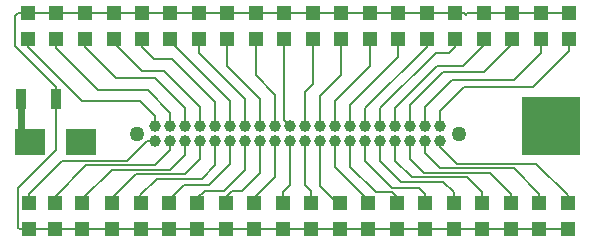
<source format=gtl>
G04 #@! TF.FileFunction,Copper,L1,Top,Signal*
%FSLAX46Y46*%
G04 Gerber Fmt 4.6, Leading zero omitted, Abs format (unit mm)*
G04 Created by KiCad (PCBNEW 4.0.6) date 05/22/18 12:37:36*
%MOMM*%
%LPD*%
G01*
G04 APERTURE LIST*
%ADD10C,0.150000*%
%ADD11R,1.200000X1.200000*%
%ADD12R,2.500000X2.300000*%
%ADD13C,1.270000*%
%ADD14C,1.000760*%
%ADD15R,4.899660X4.899660*%
%ADD16R,0.900000X1.700000*%
%ADD17C,0.762000*%
%ADD18C,0.177800*%
%ADD19C,0.600000*%
G04 APERTURE END LIST*
D10*
D11*
X20878800Y-37932000D03*
X20878800Y-40132000D03*
X20777200Y-24044000D03*
X20777200Y-21844000D03*
X23114000Y-37932000D03*
X23114000Y-40132000D03*
X23215600Y-24053800D03*
X23215600Y-21853800D03*
X25400000Y-37932000D03*
X25400000Y-40132000D03*
X25654000Y-24044000D03*
X25654000Y-21844000D03*
X27940000Y-37932000D03*
X27940000Y-40132000D03*
X28067000Y-24044000D03*
X28067000Y-21844000D03*
X30353000Y-37932000D03*
X30353000Y-40132000D03*
X30480000Y-24061600D03*
X30480000Y-21861600D03*
X32766000Y-37932000D03*
X32766000Y-40132000D03*
X32867600Y-24061600D03*
X32867600Y-21861600D03*
X35153600Y-37932000D03*
X35153600Y-40132000D03*
X35280600Y-24069400D03*
X35280600Y-21869400D03*
X37566600Y-37932000D03*
X37566600Y-40132000D03*
X37693600Y-24069400D03*
X37693600Y-21869400D03*
X39979600Y-37939800D03*
X39979600Y-40139800D03*
X40106600Y-24069400D03*
X40106600Y-21869400D03*
X42392600Y-37947600D03*
X42392600Y-40147600D03*
X42519600Y-24069400D03*
X42519600Y-21869400D03*
X44805600Y-37932000D03*
X44805600Y-40132000D03*
X44932600Y-24069400D03*
X44932600Y-21869400D03*
X47218600Y-37932000D03*
X47218600Y-40132000D03*
X47345600Y-24069400D03*
X47345600Y-21869400D03*
X49631600Y-37932000D03*
X49631600Y-40132000D03*
X49758600Y-24069400D03*
X49758600Y-21869400D03*
X52070000Y-37932000D03*
X52070000Y-40132000D03*
X52171600Y-24069400D03*
X52171600Y-21869400D03*
X54457600Y-37932000D03*
X54457600Y-40132000D03*
X54584600Y-24069400D03*
X54584600Y-21869400D03*
X56870600Y-37932000D03*
X56870600Y-40132000D03*
X56997600Y-24069400D03*
X56997600Y-21869400D03*
X59283600Y-37932000D03*
X59283600Y-40132000D03*
X59410600Y-24069400D03*
X59410600Y-21869400D03*
X61722000Y-37932000D03*
X61722000Y-40132000D03*
X61823600Y-24069400D03*
X61823600Y-21869400D03*
X64109600Y-37932000D03*
X64109600Y-40132000D03*
X64236600Y-24069400D03*
X64236600Y-21869400D03*
X66497200Y-37922200D03*
X66497200Y-40122200D03*
X66649600Y-24069400D03*
X66649600Y-21869400D03*
D12*
X25314800Y-32740600D03*
X21014800Y-32740600D03*
D13*
X30010100Y-32054800D03*
X57315100Y-32054800D03*
D14*
X32867600Y-32689800D03*
X31597600Y-32689800D03*
X31597600Y-31419800D03*
X32867600Y-31419800D03*
X36677600Y-31419800D03*
X37947600Y-31419800D03*
X35407600Y-31419800D03*
X34137600Y-31419800D03*
X34137600Y-32689800D03*
X35407600Y-32689800D03*
X37947600Y-32689800D03*
X36677600Y-32689800D03*
X50647600Y-31419800D03*
X51917600Y-31419800D03*
X54457600Y-31419800D03*
X53187600Y-31419800D03*
X53187600Y-32689800D03*
X54457600Y-32689800D03*
X51917600Y-32689800D03*
X50647600Y-32689800D03*
X55727600Y-32689800D03*
X55727600Y-31419800D03*
X49377600Y-31419800D03*
X49377600Y-32689800D03*
X41757600Y-32689800D03*
X43027600Y-32689800D03*
X40487600Y-32689800D03*
X39217600Y-32689800D03*
X44297600Y-32689800D03*
X45567600Y-32689800D03*
X48107600Y-32689800D03*
X46837600Y-32689800D03*
X46837600Y-31419800D03*
X48107600Y-31419800D03*
X45567600Y-31419800D03*
X44297600Y-31419800D03*
X39217600Y-31419800D03*
X40487600Y-31419800D03*
X43027600Y-31419800D03*
X41757600Y-31419800D03*
D15*
X65125600Y-31419800D03*
D16*
X20264800Y-29108400D03*
X23164800Y-29108400D03*
D17*
X25314800Y-32740600D03*
D18*
X31597600Y-32689800D02*
X30889956Y-32689800D01*
X30889956Y-32689800D02*
X29213566Y-34366190D01*
X29213566Y-34366190D02*
X23666810Y-34366190D01*
X23666810Y-34366190D02*
X20878800Y-37154200D01*
X20878800Y-37154200D02*
X20878800Y-37932000D01*
X20777200Y-21844000D02*
X19999400Y-21844000D01*
X19999400Y-21844000D02*
X19735800Y-22107600D01*
X19735800Y-22107600D02*
X19735800Y-24651600D01*
X19735800Y-24651600D02*
X23164800Y-28080600D01*
X23164800Y-28080600D02*
X23164800Y-29108400D01*
X20878800Y-40132000D02*
X20101000Y-40132000D01*
X20101000Y-40132000D02*
X20012099Y-40043099D01*
X20012099Y-40043099D02*
X20012099Y-36623363D01*
X20012099Y-36623363D02*
X23164800Y-33470662D01*
X23164800Y-33470662D02*
X23164800Y-29108400D01*
X23114000Y-40132000D02*
X20878800Y-40132000D01*
X25400000Y-40132000D02*
X23114000Y-40132000D01*
X27940000Y-40132000D02*
X25400000Y-40132000D01*
X30353000Y-40132000D02*
X27940000Y-40132000D01*
X32766000Y-40132000D02*
X30353000Y-40132000D01*
X35153600Y-40132000D02*
X32766000Y-40132000D01*
X37566600Y-40132000D02*
X35153600Y-40132000D01*
X39979600Y-40139800D02*
X37574400Y-40139800D01*
X37574400Y-40139800D02*
X37566600Y-40132000D01*
X42392600Y-40147600D02*
X39987400Y-40147600D01*
X39987400Y-40147600D02*
X39979600Y-40139800D01*
X44805600Y-40132000D02*
X42408200Y-40132000D01*
X42408200Y-40132000D02*
X42392600Y-40147600D01*
X47218600Y-40132000D02*
X44805600Y-40132000D01*
X49631600Y-40132000D02*
X47218600Y-40132000D01*
X52070000Y-40132000D02*
X49631600Y-40132000D01*
X54457600Y-40132000D02*
X52070000Y-40132000D01*
X56870600Y-40132000D02*
X54457600Y-40132000D01*
X59283600Y-40132000D02*
X56870600Y-40132000D01*
X61722000Y-40132000D02*
X59283600Y-40132000D01*
X64109600Y-40132000D02*
X61722000Y-40132000D01*
X66497200Y-40122200D02*
X64119400Y-40122200D01*
X64119400Y-40122200D02*
X64109600Y-40132000D01*
X64236600Y-21869400D02*
X66649600Y-21869400D01*
X61823600Y-21869400D02*
X64236600Y-21869400D01*
X59410600Y-21869400D02*
X61823600Y-21869400D01*
X57902400Y-21996400D02*
X58029400Y-21869400D01*
X58029400Y-21869400D02*
X59410600Y-21869400D01*
X56997600Y-21869400D02*
X57775400Y-21869400D01*
X57775400Y-21869400D02*
X57902400Y-21996400D01*
X54584600Y-21869400D02*
X56997600Y-21869400D01*
X52171600Y-21869400D02*
X54584600Y-21869400D01*
X49758600Y-21869400D02*
X52171600Y-21869400D01*
X47345600Y-21869400D02*
X49758600Y-21869400D01*
X44932600Y-21869400D02*
X47345600Y-21869400D01*
X42519600Y-21869400D02*
X44932600Y-21869400D01*
X40106600Y-21869400D02*
X42519600Y-21869400D01*
X37693600Y-21869400D02*
X40106600Y-21869400D01*
X35280600Y-21869400D02*
X37693600Y-21869400D01*
X32867600Y-21861600D02*
X35272800Y-21861600D01*
X35272800Y-21861600D02*
X35280600Y-21869400D01*
X30480000Y-21861600D02*
X32867600Y-21861600D01*
X28067000Y-21844000D02*
X30462400Y-21844000D01*
X30462400Y-21844000D02*
X30480000Y-21861600D01*
X25654000Y-21844000D02*
X28067000Y-21844000D01*
X23215600Y-21853800D02*
X25644200Y-21853800D01*
X25644200Y-21853800D02*
X25654000Y-21844000D01*
X20777200Y-21844000D02*
X23205800Y-21844000D01*
X23205800Y-21844000D02*
X23215600Y-21853800D01*
X20802600Y-24053800D02*
X20802600Y-24688800D01*
X31597600Y-30530800D02*
X31597600Y-31419800D01*
X30327600Y-29260800D02*
X31597600Y-30530800D01*
X25374600Y-29260800D02*
X30327600Y-29260800D01*
X20802600Y-24688800D02*
X25374600Y-29260800D01*
X23114000Y-37932000D02*
X23114000Y-37414200D01*
X23114000Y-37414200D02*
X23088600Y-37388800D01*
X32867600Y-32689800D02*
X32867600Y-33451800D01*
X25755600Y-34721800D02*
X23088600Y-37388800D01*
X31597600Y-34721800D02*
X25755600Y-34721800D01*
X32867600Y-33451800D02*
X31597600Y-34721800D01*
X23215600Y-24053800D02*
X23215600Y-24815800D01*
X32867600Y-30276800D02*
X32867600Y-31419800D01*
X30962600Y-28371800D02*
X32867600Y-30276800D01*
X26771600Y-28371800D02*
X30962600Y-28371800D01*
X23215600Y-24815800D02*
X26771600Y-28371800D01*
X34137600Y-32689800D02*
X34137600Y-33832800D01*
X25501600Y-37515800D02*
X25501600Y-38150800D01*
X27914600Y-35102800D02*
X25501600Y-37515800D01*
X32867600Y-35102800D02*
X27914600Y-35102800D01*
X34137600Y-33832800D02*
X32867600Y-35102800D01*
X25628600Y-24053800D02*
X25628600Y-24688800D01*
X34137600Y-29895800D02*
X34137600Y-31419800D01*
X31597600Y-27355800D02*
X34137600Y-29895800D01*
X28295600Y-27355800D02*
X31597600Y-27355800D01*
X25628600Y-24688800D02*
X28295600Y-27355800D01*
X35407600Y-32689800D02*
X35407600Y-34213800D01*
X27914600Y-37515800D02*
X27914600Y-38150800D01*
X29946600Y-35483800D02*
X27914600Y-37515800D01*
X34137600Y-35483800D02*
X29946600Y-35483800D01*
X35407600Y-34213800D02*
X34137600Y-35483800D01*
X28041600Y-24053800D02*
X28041600Y-24307800D01*
X35407600Y-29768800D02*
X35407600Y-31419800D01*
X32359600Y-26720800D02*
X35407600Y-29768800D01*
X30454600Y-26720800D02*
X32359600Y-26720800D01*
X28041600Y-24307800D02*
X30454600Y-26720800D01*
X36677600Y-32689800D02*
X36677600Y-34721800D01*
X30327600Y-37261800D02*
X30327600Y-38150800D01*
X31724600Y-35864800D02*
X30327600Y-37261800D01*
X35534600Y-35864800D02*
X31724600Y-35864800D01*
X36677600Y-34721800D02*
X35534600Y-35864800D01*
X30454600Y-24053800D02*
X30454600Y-24688800D01*
X36677600Y-29387800D02*
X36677600Y-31419800D01*
X32994600Y-25704800D02*
X36677600Y-29387800D01*
X31470600Y-25704800D02*
X32994600Y-25704800D01*
X30454600Y-24688800D02*
X31470600Y-25704800D01*
X37947600Y-32689800D02*
X37947600Y-34594800D01*
X32740600Y-37642800D02*
X32740600Y-38150800D01*
X34010600Y-36372800D02*
X32740600Y-37642800D01*
X36169600Y-36372800D02*
X34010600Y-36372800D01*
X37947600Y-34594800D02*
X36169600Y-36372800D01*
X32867600Y-24053800D02*
X32867600Y-24180800D01*
X37947600Y-29260800D02*
X37947600Y-31419800D01*
X32867600Y-24180800D02*
X37947600Y-29260800D01*
X35153600Y-38150800D02*
X35153600Y-37515800D01*
X39217600Y-35102800D02*
X37439600Y-36880800D01*
X37439600Y-36880800D02*
X35788600Y-36880800D01*
X39217600Y-35102800D02*
X39217600Y-32689800D01*
X35153600Y-37515800D02*
X35788600Y-36880800D01*
X35280600Y-24053800D02*
X35280600Y-25196800D01*
X39217600Y-29133800D02*
X39217600Y-31419800D01*
X35280600Y-25196800D02*
X39217600Y-29133800D01*
X37566600Y-38150800D02*
X37566600Y-37388800D01*
X40487600Y-35356800D02*
X40487600Y-32689800D01*
X38963600Y-36880800D02*
X40487600Y-35356800D01*
X38074600Y-36880800D02*
X38963600Y-36880800D01*
X37566600Y-37388800D02*
X38074600Y-36880800D01*
X37693600Y-24053800D02*
X37693600Y-26339800D01*
X40487600Y-29133800D02*
X40487600Y-31419800D01*
X37693600Y-26339800D02*
X40487600Y-29133800D01*
X41757600Y-32689800D02*
X41757600Y-35737800D01*
X39979600Y-37515800D02*
X39979600Y-38150800D01*
X41757600Y-35737800D02*
X39979600Y-37515800D01*
X40106600Y-24053800D02*
X40106600Y-27101800D01*
X41757600Y-28752800D02*
X41757600Y-31419800D01*
X40106600Y-27101800D02*
X41757600Y-28752800D01*
X43027600Y-32689800D02*
X43027600Y-36372800D01*
X42392600Y-37007800D02*
X42392600Y-38150800D01*
X43027600Y-36372800D02*
X42392600Y-37007800D01*
X42519600Y-24053800D02*
X42519600Y-30911800D01*
X42519600Y-30911800D02*
X43027600Y-31419800D01*
X44297600Y-32689800D02*
X44297600Y-36372800D01*
X44805600Y-36880800D02*
X44805600Y-38150800D01*
X44297600Y-36372800D02*
X44805600Y-36880800D01*
X44932600Y-24053800D02*
X44932600Y-27863800D01*
X44297600Y-28498800D02*
X44297600Y-31419800D01*
X44932600Y-27863800D02*
X44297600Y-28498800D01*
X45567600Y-32689800D02*
X45567600Y-36499800D01*
X45567600Y-36499800D02*
X47218600Y-38150800D01*
X47345600Y-24053800D02*
X47345600Y-27101800D01*
X45567600Y-28879800D02*
X45567600Y-31419800D01*
X47345600Y-27101800D02*
X45567600Y-28879800D01*
X46837600Y-32689800D02*
X46837600Y-34848800D01*
X49631600Y-37642800D02*
X49631600Y-38150800D01*
X46837600Y-34848800D02*
X49631600Y-37642800D01*
X49758600Y-24053800D02*
X49758600Y-26339800D01*
X46837600Y-29260800D02*
X46837600Y-31419800D01*
X49758600Y-26339800D02*
X46837600Y-29260800D01*
X52044600Y-38150800D02*
X52044600Y-37388800D01*
X48107600Y-34848800D02*
X48107600Y-32689800D01*
X50266600Y-37007800D02*
X48107600Y-34848800D01*
X51663600Y-37007800D02*
X50266600Y-37007800D01*
X52044600Y-37388800D02*
X51663600Y-37007800D01*
X52171600Y-24053800D02*
X52171600Y-25577800D01*
X48107600Y-29641800D02*
X48107600Y-31419800D01*
X52171600Y-25577800D02*
X48107600Y-29641800D01*
X49377600Y-32689800D02*
X49377600Y-34340800D01*
X54457600Y-37134800D02*
X54457600Y-38150800D01*
X53949600Y-36626800D02*
X54457600Y-37134800D01*
X51663600Y-36626800D02*
X53949600Y-36626800D01*
X49377600Y-34340800D02*
X51663600Y-36626800D01*
X54584600Y-24053800D02*
X54584600Y-24688800D01*
X49377600Y-29895800D02*
X49377600Y-31419800D01*
X54584600Y-24688800D02*
X49377600Y-29895800D01*
X50647600Y-32689800D02*
X50647600Y-34340800D01*
X56870600Y-37007800D02*
X56870600Y-38150800D01*
X55981600Y-36118800D02*
X56870600Y-37007800D01*
X52425600Y-36118800D02*
X55981600Y-36118800D01*
X50647600Y-34340800D02*
X52425600Y-36118800D01*
X56997600Y-24053800D02*
X56997600Y-24688800D01*
X50647600Y-29895800D02*
X50647600Y-31419800D01*
X55346600Y-25196800D02*
X50647600Y-29895800D01*
X56489600Y-25196800D02*
X55346600Y-25196800D01*
X56997600Y-24688800D02*
X56489600Y-25196800D01*
X51917600Y-32689800D02*
X51917600Y-34340800D01*
X59283600Y-37007800D02*
X59283600Y-38150800D01*
X58013600Y-35737800D02*
X59283600Y-37007800D01*
X53314600Y-35737800D02*
X58013600Y-35737800D01*
X51917600Y-34340800D02*
X53314600Y-35737800D01*
X59410600Y-24053800D02*
X59410600Y-24561800D01*
X51917600Y-29895800D02*
X51917600Y-31419800D01*
X55473600Y-26339800D02*
X51917600Y-29895800D01*
X57632600Y-26339800D02*
X55473600Y-26339800D01*
X59410600Y-24561800D02*
X57632600Y-26339800D01*
X53187600Y-32689800D02*
X53187600Y-34213800D01*
X61696600Y-37134800D02*
X61696600Y-38150800D01*
X59918600Y-35356800D02*
X61696600Y-37134800D01*
X54330600Y-35356800D02*
X59918600Y-35356800D01*
X53187600Y-34213800D02*
X54330600Y-35356800D01*
X61823600Y-24053800D02*
X61823600Y-24434800D01*
X53187600Y-29641800D02*
X53187600Y-31419800D01*
X55981600Y-26847800D02*
X53187600Y-29641800D01*
X59410600Y-26847800D02*
X55981600Y-26847800D01*
X61823600Y-24434800D02*
X59410600Y-26847800D01*
X54457600Y-32689800D02*
X54457600Y-33705800D01*
X64109600Y-37134800D02*
X64109600Y-38150800D01*
X61950600Y-34975800D02*
X64109600Y-37134800D01*
X55727600Y-34975800D02*
X61950600Y-34975800D01*
X54457600Y-33705800D02*
X55727600Y-34975800D01*
X64236600Y-24053800D02*
X64236600Y-25196800D01*
X54457600Y-29768800D02*
X54457600Y-31419800D01*
X56743600Y-27482800D02*
X54457600Y-29768800D01*
X61950600Y-27482800D02*
X56743600Y-27482800D01*
X64236600Y-25196800D02*
X61950600Y-27482800D01*
X55727600Y-32689800D02*
X55727600Y-33197800D01*
X66522600Y-37261800D02*
X66522600Y-38150800D01*
X63855600Y-34594800D02*
X66522600Y-37261800D01*
X57124600Y-34594800D02*
X63855600Y-34594800D01*
X55727600Y-33197800D02*
X57124600Y-34594800D01*
X66649600Y-24053800D02*
X66649600Y-25069800D01*
X55727600Y-30149800D02*
X55727600Y-31419800D01*
X57759600Y-28117800D02*
X55727600Y-30149800D01*
X63601600Y-28117800D02*
X57759600Y-28117800D01*
X66649600Y-25069800D02*
X63601600Y-28117800D01*
X65125600Y-31419800D02*
X65506600Y-31419800D01*
D19*
X20264800Y-29108400D02*
X20264800Y-31990600D01*
X20264800Y-31990600D02*
X21014800Y-32740600D01*
M02*

</source>
